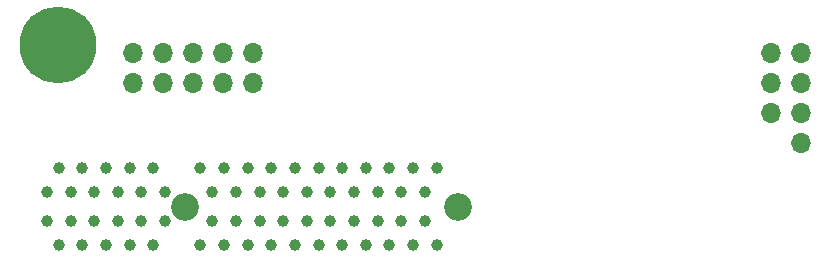
<source format=gbr>
%TF.GenerationSoftware,KiCad,Pcbnew,(5.1.10)-1*%
%TF.CreationDate,2021-08-10T10:59:40+01:00*%
%TF.ProjectId,t9120mezz,74393132-306d-4657-9a7a-2e6b69636164,rev?*%
%TF.SameCoordinates,Original*%
%TF.FileFunction,Soldermask,Top*%
%TF.FilePolarity,Negative*%
%FSLAX46Y46*%
G04 Gerber Fmt 4.6, Leading zero omitted, Abs format (unit mm)*
G04 Created by KiCad (PCBNEW (5.1.10)-1) date 2021-08-10 10:59:40*
%MOMM*%
%LPD*%
G01*
G04 APERTURE LIST*
%ADD10C,1.000000*%
%ADD11C,2.350000*%
%ADD12O,1.700000X1.700000*%
%ADD13C,6.500000*%
G04 APERTURE END LIST*
D10*
%TO.C,J1*%
X89150000Y-108050000D03*
D11*
X104950000Y-111300000D03*
D10*
X103150000Y-108050000D03*
X103150000Y-114550000D03*
X102150000Y-110050000D03*
X102150000Y-112550000D03*
X101150000Y-108050000D03*
X101150000Y-114550000D03*
X100150000Y-110050000D03*
X100150000Y-112550000D03*
X99150000Y-108050000D03*
X99150000Y-114550000D03*
X98150000Y-110050000D03*
X98150000Y-112550000D03*
X97150000Y-108050000D03*
X97150000Y-114550000D03*
X96150000Y-110050000D03*
X96150000Y-112550000D03*
X95150000Y-108050000D03*
X95150000Y-114550000D03*
X94150000Y-110050000D03*
X94150000Y-112550000D03*
X93150000Y-108050000D03*
X93150000Y-114550000D03*
X92150000Y-110050000D03*
X92150000Y-112550000D03*
X91150000Y-108050000D03*
X91150000Y-114550000D03*
X90150000Y-110050000D03*
X90150000Y-112550000D03*
X89150000Y-114550000D03*
X88150000Y-110050000D03*
X88150000Y-112550000D03*
X87150000Y-108050000D03*
X87150000Y-114550000D03*
X86150000Y-110050000D03*
X86150000Y-112550000D03*
X85150000Y-108050000D03*
X85150000Y-114550000D03*
X84150000Y-110050000D03*
X84150000Y-112550000D03*
X83150000Y-108050000D03*
X83150000Y-114550000D03*
D11*
X81800000Y-111300000D03*
D10*
X80150000Y-112550000D03*
X79150000Y-114550000D03*
X78150000Y-112550000D03*
X77150000Y-114550000D03*
X76150000Y-112550000D03*
X75150000Y-114550000D03*
X74150000Y-112550000D03*
X73150000Y-114550000D03*
X72150000Y-112550000D03*
X71150000Y-114550000D03*
X70150000Y-112550000D03*
X80150000Y-110050000D03*
X79150000Y-108050000D03*
X78150000Y-110050000D03*
X77150000Y-108050000D03*
X76150000Y-110050000D03*
X75150000Y-108050000D03*
X74150000Y-110050000D03*
X73150000Y-108050000D03*
X72150000Y-110050000D03*
X71150000Y-108050000D03*
X70150000Y-110050000D03*
%TD*%
D12*
%TO.C,J4*%
X131450000Y-98300000D03*
X133990000Y-98300000D03*
X131450000Y-100840000D03*
X133990000Y-100840000D03*
X131450000Y-103380000D03*
X133990000Y-103380000D03*
X133990000Y-105920000D03*
%TD*%
%TO.C,J3*%
X87610000Y-98300000D03*
X87610000Y-100840000D03*
X85070000Y-98300000D03*
X85070000Y-100840000D03*
X82530000Y-98300000D03*
X82530000Y-100840000D03*
X79990000Y-98300000D03*
X79990000Y-100840000D03*
X77450000Y-98300000D03*
X77450000Y-100840000D03*
%TD*%
D13*
%TO.C,REF\u002A\u002A*%
X71100000Y-97600000D03*
%TD*%
M02*

</source>
